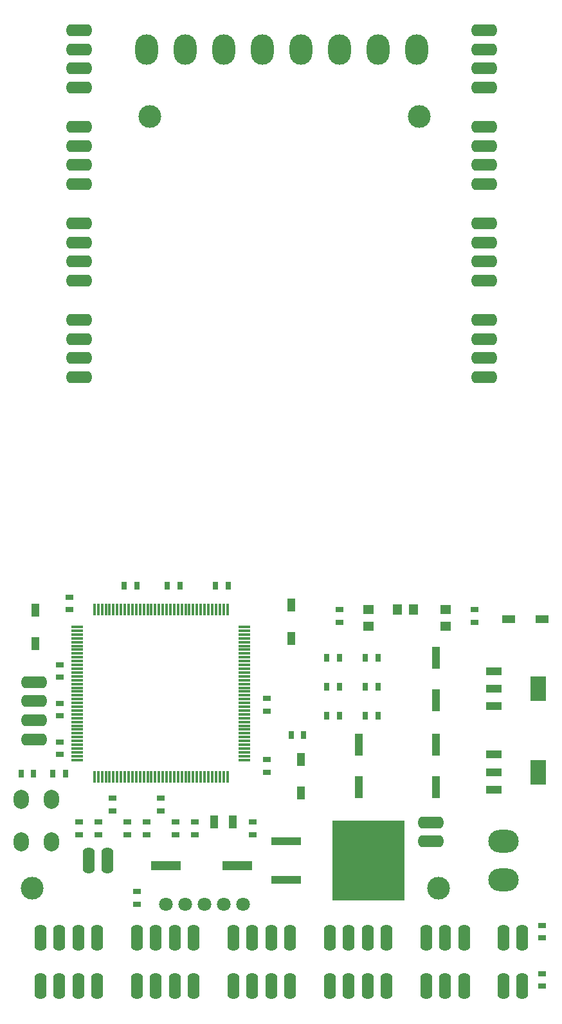
<source format=gbr>
%TF.GenerationSoftware,Altium Limited,Altium Designer,21.0.4 (50)*%
G04 Layer_Color=255*
%FSLAX25Y25*%
%MOIN*%
%TF.SameCoordinates,7C4F9ACF-F1D8-4562-922E-26F05696B097*%
%TF.FilePolarity,Positive*%
%TF.FileFunction,Pads,Bot*%
%TF.Part,Single*%
G01*
G75*
%TA.AperFunction,SMDPad,CuDef*%
%ADD10R,0.03150X0.03937*%
%ADD11R,0.04500X0.05400*%
%ADD14R,0.03937X0.03150*%
%ADD19R,0.05400X0.04500*%
%TA.AperFunction,ComponentPad*%
%ADD27O,0.13780X0.06299*%
%ADD28O,0.11811X0.15748*%
%TA.AperFunction,WasherPad*%
%ADD29C,0.11811*%
%TA.AperFunction,ComponentPad*%
%ADD30O,0.06299X0.13780*%
%ADD31C,0.07087*%
%ADD32O,0.07874X0.09843*%
%ADD33O,0.15748X0.11811*%
%TA.AperFunction,SMDPad,CuDef*%
%ADD36R,0.05906X0.01181*%
%ADD37R,0.01181X0.05906*%
%ADD38R,0.08465X0.12992*%
%ADD39R,0.08465X0.03937*%
%ADD40R,0.15748X0.04724*%
%ADD41R,0.37402X0.41732*%
%ADD42R,0.03937X0.11811*%
%ADD43R,0.03937X0.07087*%
%ADD44R,0.07087X0.03937*%
%ADD45R,0.03937X0.06693*%
%ADD46R,0.15551X0.03937*%
D10*
X63406Y227500D02*
D03*
X85906D02*
D03*
X110906D02*
D03*
X10000Y130000D02*
D03*
X156594Y150000D02*
D03*
X168406Y190000D02*
D03*
Y175000D02*
D03*
Y160000D02*
D03*
X117500Y227500D02*
D03*
X92500D02*
D03*
X70000D02*
D03*
X175000Y190000D02*
D03*
Y175000D02*
D03*
Y160000D02*
D03*
X16594Y130000D02*
D03*
X26594D02*
D03*
X33189D02*
D03*
X150000Y150000D02*
D03*
X188406Y190000D02*
D03*
X195000D02*
D03*
X188406Y175000D02*
D03*
X195000D02*
D03*
X188406Y160000D02*
D03*
X195000D02*
D03*
D11*
X205000Y215000D02*
D03*
X213500D02*
D03*
D14*
X70000Y62500D02*
D03*
Y69094D02*
D03*
X280000Y45000D02*
D03*
Y51594D02*
D03*
Y20000D02*
D03*
Y26594D02*
D03*
X130000Y105000D02*
D03*
Y98406D02*
D03*
X82500Y117500D02*
D03*
Y110906D02*
D03*
X137500Y169094D02*
D03*
Y130906D02*
D03*
X57500Y110906D02*
D03*
X30000Y146594D02*
D03*
Y160000D02*
D03*
Y180000D02*
D03*
X35000Y221594D02*
D03*
X50000Y105000D02*
D03*
X100000Y98406D02*
D03*
X90000Y105000D02*
D03*
X65000D02*
D03*
X175000Y208406D02*
D03*
X245000D02*
D03*
X35000Y215000D02*
D03*
X30000Y166594D02*
D03*
Y186594D02*
D03*
Y140000D02*
D03*
X57500Y117500D02*
D03*
X137500Y137500D02*
D03*
Y162500D02*
D03*
X50000Y98406D02*
D03*
X40000Y105000D02*
D03*
Y98406D02*
D03*
X100000Y105000D02*
D03*
X90000Y98406D02*
D03*
X65000D02*
D03*
X75000Y105000D02*
D03*
Y98406D02*
D03*
X175000Y215000D02*
D03*
X245000D02*
D03*
D19*
X190000Y206500D02*
D03*
X230000D02*
D03*
X190000Y215000D02*
D03*
X230000D02*
D03*
D27*
X222500Y104843D02*
D03*
Y95000D02*
D03*
X16732Y147973D02*
D03*
X16732Y157815D02*
D03*
Y177500D02*
D03*
Y167657D02*
D03*
X250000Y355157D02*
D03*
Y365000D02*
D03*
Y345315D02*
D03*
Y335472D02*
D03*
Y405157D02*
D03*
Y415000D02*
D03*
Y395315D02*
D03*
Y385472D02*
D03*
X40000Y365000D02*
D03*
Y355157D02*
D03*
Y335472D02*
D03*
Y345315D02*
D03*
Y415000D02*
D03*
Y405157D02*
D03*
Y385472D02*
D03*
Y395315D02*
D03*
Y515000D02*
D03*
Y505157D02*
D03*
Y485472D02*
D03*
Y495315D02*
D03*
Y465000D02*
D03*
Y455157D02*
D03*
Y435472D02*
D03*
Y445315D02*
D03*
X250000Y455157D02*
D03*
Y465000D02*
D03*
Y445315D02*
D03*
Y435472D02*
D03*
Y505157D02*
D03*
Y515000D02*
D03*
Y495315D02*
D03*
Y485472D02*
D03*
D28*
X215000Y505000D02*
D03*
X195000D02*
D03*
X115000D02*
D03*
X135000D02*
D03*
X75000D02*
D03*
X95000D02*
D03*
X155000D02*
D03*
X175000D02*
D03*
D29*
X226378Y70866D02*
D03*
X15748D02*
D03*
X216535Y470472D02*
D03*
X76772D02*
D03*
D30*
X45000Y85000D02*
D03*
X54843D02*
D03*
X220000Y20000D02*
D03*
X120000Y45000D02*
D03*
Y20000D02*
D03*
X170000D02*
D03*
X99527Y45000D02*
D03*
X70000Y20000D02*
D03*
X29842Y20000D02*
D03*
X39685D02*
D03*
X49527D02*
D03*
X20000Y20000D02*
D03*
X79842Y45000D02*
D03*
X89685D02*
D03*
X70000Y45000D02*
D03*
X229843Y20000D02*
D03*
X239685D02*
D03*
X220000Y45000D02*
D03*
X229843D02*
D03*
X239685D02*
D03*
X269843D02*
D03*
X260000D02*
D03*
X269843Y20000D02*
D03*
X260000D02*
D03*
X149527Y45000D02*
D03*
X139685D02*
D03*
X129842D02*
D03*
X149527Y20000D02*
D03*
X139685D02*
D03*
X129842D02*
D03*
X199527D02*
D03*
X189685D02*
D03*
X179842D02*
D03*
X20000Y45000D02*
D03*
X49527Y45000D02*
D03*
X39685D02*
D03*
X29842D02*
D03*
X170000Y45000D02*
D03*
X199527Y45000D02*
D03*
X189685D02*
D03*
X179842D02*
D03*
X99527Y20000D02*
D03*
X89685D02*
D03*
X79842D02*
D03*
D31*
X125000Y62500D02*
D03*
X105000D02*
D03*
X115000D02*
D03*
X95000D02*
D03*
X85000D02*
D03*
D32*
X10000Y94665D02*
D03*
Y116713D02*
D03*
X25748D02*
D03*
Y94665D02*
D03*
D33*
X260000Y95000D02*
D03*
Y75000D02*
D03*
D36*
X125827Y204173D02*
D03*
Y202205D02*
D03*
Y206142D02*
D03*
Y198268D02*
D03*
Y196299D02*
D03*
Y200236D02*
D03*
Y180551D02*
D03*
Y178583D02*
D03*
Y184488D02*
D03*
Y182520D02*
D03*
Y174646D02*
D03*
Y172677D02*
D03*
Y176614D02*
D03*
Y192362D02*
D03*
Y190394D02*
D03*
Y194331D02*
D03*
Y188425D02*
D03*
Y186457D02*
D03*
Y164803D02*
D03*
Y162835D02*
D03*
Y168740D02*
D03*
Y166772D02*
D03*
Y158898D02*
D03*
Y156929D02*
D03*
Y160866D02*
D03*
Y170709D02*
D03*
Y145118D02*
D03*
Y143150D02*
D03*
Y149055D02*
D03*
Y147087D02*
D03*
Y139213D02*
D03*
Y137244D02*
D03*
Y141181D02*
D03*
Y152992D02*
D03*
Y151024D02*
D03*
Y154961D02*
D03*
X39213Y188425D02*
D03*
Y192362D02*
D03*
Y190394D02*
D03*
Y184488D02*
D03*
Y182520D02*
D03*
Y186457D02*
D03*
Y202205D02*
D03*
Y200236D02*
D03*
Y206142D02*
D03*
Y204173D02*
D03*
Y196299D02*
D03*
Y194331D02*
D03*
Y198268D02*
D03*
Y164803D02*
D03*
Y162835D02*
D03*
Y168740D02*
D03*
Y166772D02*
D03*
Y158898D02*
D03*
Y160866D02*
D03*
Y178583D02*
D03*
Y176614D02*
D03*
Y180551D02*
D03*
Y172677D02*
D03*
Y170709D02*
D03*
Y174646D02*
D03*
Y143150D02*
D03*
Y152992D02*
D03*
Y151024D02*
D03*
Y156929D02*
D03*
Y154961D02*
D03*
Y147087D02*
D03*
Y145118D02*
D03*
Y149055D02*
D03*
Y139213D02*
D03*
Y137244D02*
D03*
Y141181D02*
D03*
D37*
X95315Y215000D02*
D03*
X97283D02*
D03*
X91378D02*
D03*
X93346D02*
D03*
X101220D02*
D03*
X103189D02*
D03*
X99252D02*
D03*
X81535D02*
D03*
X83504D02*
D03*
X77598D02*
D03*
X79567D02*
D03*
X87441D02*
D03*
X89409D02*
D03*
X85472D02*
D03*
X109094D02*
D03*
X111063D02*
D03*
X105157D02*
D03*
X107126D02*
D03*
X115000D02*
D03*
X116969D02*
D03*
X113031D02*
D03*
X89409Y128386D02*
D03*
X91378D02*
D03*
X87441D02*
D03*
X77598D02*
D03*
X79567D02*
D03*
X83504D02*
D03*
X85472D02*
D03*
X81535D02*
D03*
X109094D02*
D03*
X111063D02*
D03*
X105157D02*
D03*
X107126D02*
D03*
X115000D02*
D03*
X116969D02*
D03*
X113031D02*
D03*
X95315D02*
D03*
X97283D02*
D03*
X93346D02*
D03*
X101220D02*
D03*
X103189D02*
D03*
X99252D02*
D03*
X65787Y215000D02*
D03*
X67756D02*
D03*
X61850D02*
D03*
X63819D02*
D03*
X71693D02*
D03*
X73661D02*
D03*
X69724D02*
D03*
X52008D02*
D03*
X53976D02*
D03*
X48071D02*
D03*
X50039D02*
D03*
X57913D02*
D03*
X59882D02*
D03*
X55945D02*
D03*
X75630D02*
D03*
X67756Y128386D02*
D03*
X69724D02*
D03*
X63819D02*
D03*
X65787D02*
D03*
X73661D02*
D03*
X75630D02*
D03*
X71693D02*
D03*
X53976D02*
D03*
X55945D02*
D03*
X50039D02*
D03*
X52008D02*
D03*
X59882D02*
D03*
X61850D02*
D03*
X57913D02*
D03*
X48071D02*
D03*
D38*
X278032Y130945D02*
D03*
Y174055D02*
D03*
D39*
X255000Y140000D02*
D03*
Y130945D02*
D03*
Y121890D02*
D03*
Y165000D02*
D03*
Y183110D02*
D03*
Y174055D02*
D03*
D40*
X122008Y82500D02*
D03*
X85000D02*
D03*
D41*
X190000Y85000D02*
D03*
D42*
X185000Y123000D02*
D03*
X225000Y168000D02*
D03*
Y123000D02*
D03*
X185000Y145000D02*
D03*
X225000Y190000D02*
D03*
Y145000D02*
D03*
D43*
X150000Y200000D02*
D03*
X17500Y197500D02*
D03*
X155000Y137323D02*
D03*
X17500Y214823D02*
D03*
X155000Y120000D02*
D03*
X150000Y217323D02*
D03*
D44*
X280000Y210000D02*
D03*
X262677D02*
D03*
D45*
X119843Y105000D02*
D03*
X110000D02*
D03*
D46*
X147500Y75000D02*
D03*
Y95000D02*
D03*
%TF.MD5,2ebb1e53675b19d7f73c8655145be21c*%
M02*

</source>
